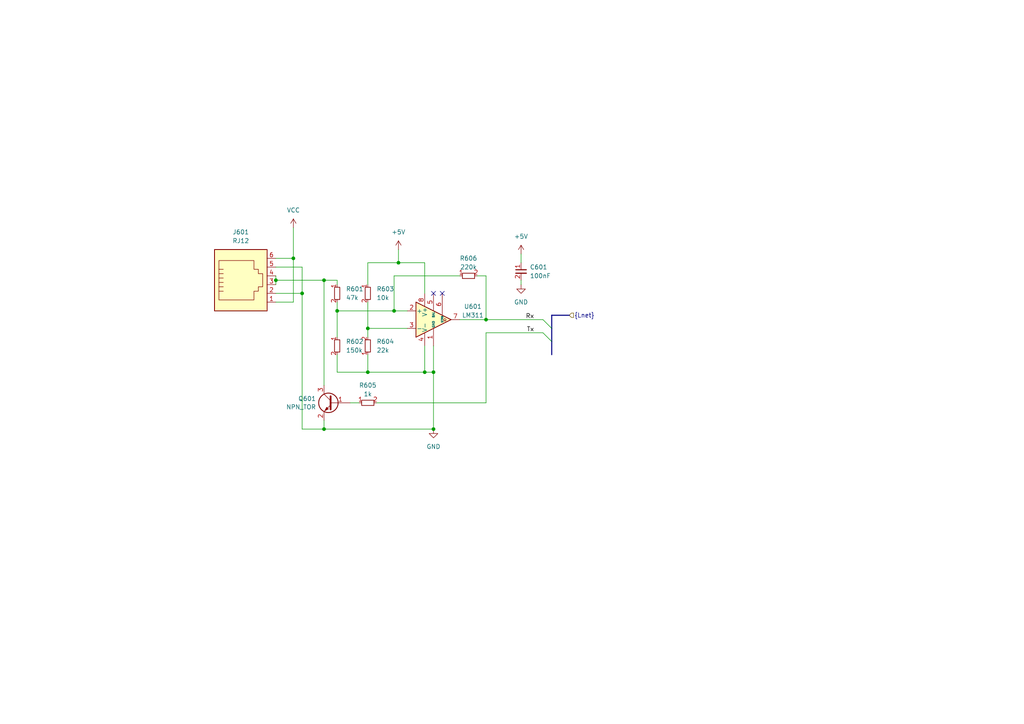
<source format=kicad_sch>
(kicad_sch (version 20230121) (generator eeschema)
  (paper "A4")
  (lib_symbols
    (symbol "Comparator:LM311" (pin_names (offset 0.127))
      (property "Reference" "U" (at 3.81 6.35 0))
      (property "Value" "LM311" (at 3.81 3.81 0))
      (symbol "LM311_0_1"
        (polyline (pts (xy 5.08 0) (xy -5.08 5.08) (xy -5.08 -5.08) (xy 5.08 0)) (stroke (width 0.254)) (fill (type background)))
        (polyline (pts (xy 3.683 -0.381) (xy 3.302 -0.381) (xy 3.683 0) (xy 3.302 0.381) (xy 2.921 0) (xy 3.302 -0.381) (xy 2.921 -0.381)) (stroke (width 0.127)))
      )
      (symbol "LM311_1_1"
        (pin passive line (at 0 -7.62 90) (length 5.08) (name "GND") (number "1"))
        (pin input line (at -7.62 2.54 0) (length 2.54) (name "+") (number "2"))
        (pin input line (at -7.62 -2.54 0) (length 2.54) (name "-") (number "3"))
        (pin power_in line (at -2.54 -7.62 90) (length 3.81) (name "V-") (number "4"))
        (pin input line (at 0 7.62 270) (length 5.08) (name "BAL") (number "5"))
        (pin input line (at 2.54 7.62 270) (length 6.35) (name "STRB") (number "6"))
        (pin open_collector line (at 7.62 0 180) (length 2.54) (name "~") (number "7"))
        (pin power_in line (at -2.54 7.62 270) (length 3.81) (name "V+") (number "8"))
      )
    )
    (symbol "capacitor_miscellaneous:C_0402_100nF"
      (property "Reference" "U" (at 1.27 2.54 0))
      (property "Value" "100nF" (at 3.81 -2.54 0))
      (property "JLCPCB Part#" "C307331" (at 0 0 0))
      (symbol "C_0402_100nF_0_1"
        (polyline (pts (xy -1.524 -0.508) (xy 1.524 -0.508)) (stroke (width 0.3302)))
        (polyline (pts (xy -1.524 0.508) (xy 1.524 0.508)) (stroke (width 0.3048)))
      )
      (symbol "C_0402_100nF_1_1"
        (pin passive line (at 0 2.54 270) (length 2.032) (name "~") (number "1"))
        (pin passive line (at 0 -2.54 90) (length 2.032) (name "~") (number "2"))
      )
    )
    (symbol "custom_kicad_lib_sk:NPN_TOR" (pin_names (offset 0) hide)
      (property "Reference" "Q" (at 5.08 1.905 0))
      (property "Value" "NPN_TOR" (at 5.08 0 0))
      (symbol "NPN_TOR_0_1"
        (polyline (pts (xy 0.635 0.635) (xy 2.54 2.54)))
        (polyline (pts (xy 0.635 -0.635) (xy 2.54 -2.54) (xy 2.54 -2.54)))
        (polyline (pts (xy 0.635 1.905) (xy 0.635 -1.905) (xy 0.635 -1.905)) (stroke (width 0.508)))
        (polyline (pts (xy 1.27 -1.778) (xy 1.778 -1.27) (xy 2.286 -2.286) (xy 1.27 -1.778) (xy 1.27 -1.778)) (fill (type outline)))
        (circle (center 1.27 0) (radius 2.8194) (stroke (width 0.254)))
      )
      (symbol "NPN_TOR_1_1"
        (pin input line (at -5.08 0 0) (length 5.715) (name "B") (number "1"))
        (pin passive line (at 2.54 -5.08 90) (length 2.54) (name "E") (number "2"))
        (pin passive line (at 2.54 5.08 270) (length 2.54) (name "C") (number "3"))
      )
    )
    (symbol "custom_kicad_lib_sk:RJ12" (pin_names (offset 1.016))
      (property "Reference" "J" (at -5.08 11.43 0))
      (property "Value" "RJ12" (at 2.54 11.43 0))
      (symbol "RJ12_0_1"
        (polyline (pts (xy -6.35 -1.905) (xy -5.08 -1.905) (xy -5.08 -1.905)))
        (polyline (pts (xy -6.35 -0.635) (xy -5.08 -0.635) (xy -5.08 -0.635)))
        (polyline (pts (xy -6.35 0.635) (xy -5.08 0.635) (xy -5.08 0.635)))
        (polyline (pts (xy -6.35 1.905) (xy -5.08 1.905) (xy -5.08 1.905)))
        (polyline (pts (xy -6.35 3.175) (xy -5.08 3.175) (xy -5.08 3.175)))
        (polyline (pts (xy -5.08 4.445) (xy -6.35 4.445) (xy -6.35 4.445)))
        (polyline (pts (xy -6.35 -4.445) (xy -6.35 6.985) (xy 3.81 6.985) (xy 3.81 4.445) (xy 5.08 4.445) (xy 5.08 3.175) (xy 6.35 3.175) (xy 6.35 -0.635) (xy 5.08 -0.635) (xy 5.08 -1.905) (xy 3.81 -1.905) (xy 3.81 -4.445) (xy -6.35 -4.445) (xy -6.35 -4.445)))
        (rectangle (start 7.62 10.16) (end -7.62 -7.62) (stroke (width 0.254)) (fill (type background)))
      )
      (symbol "RJ12_1_1"
        (pin passive line (at 10.16 -5.08 180) (length 2.54) (name "~") (number "1"))
        (pin passive line (at 10.16 -2.54 180) (length 2.54) (name "~") (number "2"))
        (pin passive line (at 10.16 0 180) (length 2.54) (name "~") (number "3"))
        (pin passive line (at 10.16 2.54 180) (length 2.54) (name "~") (number "4"))
        (pin passive line (at 10.16 5.08 180) (length 2.54) (name "~") (number "5"))
        (pin passive line (at 10.16 7.62 180) (length 2.54) (name "~") (number "6"))
      )
    )
    (symbol "power:+5V" (power) (pin_names (offset 0))
      (property "Value" "+5V" (at 0 3.556 0))
      (symbol "+5V_0_1"
        (polyline (pts (xy -0.762 1.27) (xy 0 2.54)))
        (polyline (pts (xy 0 0) (xy 0 2.54)))
        (polyline (pts (xy 0 2.54) (xy 0.762 1.27)))
      )
      (symbol "+5V_1_1"
        (pin power_in line (at 0 0 90) (length 0) hide (name "+5V") (number "1"))
      )
    )
    (symbol "power:GND" (power) (pin_names (offset 0))
      (property "Value" "GND" (at 0 -3.81 0))
      (symbol "GND_0_1"
        (polyline (pts (xy 0 0) (xy 0 -1.27) (xy 1.27 -1.27) (xy 0 -2.54) (xy -1.27 -1.27) (xy 0 -1.27)))
      )
      (symbol "GND_1_1"
        (pin power_in line (at 0 0 270) (length 0) hide (name "GND") (number "1"))
      )
    )
    (symbol "power:VCC" (power) (pin_names (offset 0))
      (property "Value" "VCC" (at 0 3.81 0))
      (symbol "VCC_0_1"
        (polyline (pts (xy -0.762 1.27) (xy 0 2.54)))
        (polyline (pts (xy 0 0) (xy 0 2.54)))
        (polyline (pts (xy 0 2.54) (xy 0.762 1.27)))
      )
      (symbol "VCC_1_1"
        (pin power_in line (at 0 0 90) (length 0) hide (name "VCC") (number "1"))
      )
    )
    (symbol "resistors_0603:R_10k_0603"
      (property "Reference" "R" (at 1.27 2.54 0))
      (property "Value" "10k" (at 2.54 -2.54 0))
      (symbol "R_10k_0603_0_1"
        (rectangle (start -0.762 1.778) (end 0.762 -1.778) (stroke (width 0.2032)))
      )
      (symbol "R_10k_0603_1_1"
        (pin passive line (at 0 2.54 270) (length 0.762) (name "~") (number "1"))
        (pin passive line (at 0 -2.54 90) (length 0.762) (name "~") (number "2"))
      )
    )
    (symbol "resistors_0603:R_150k_0603"
      (property "Reference" "R" (at 1.27 2.54 0))
      (property "Value" "150k" (at 2.54 -2.54 0))
      (symbol "R_150k_0603_0_1"
        (rectangle (start -0.762 1.778) (end 0.762 -1.778) (stroke (width 0.2032)))
      )
      (symbol "R_150k_0603_1_1"
        (pin passive line (at 0 2.54 270) (length 0.762) (name "~") (number "1"))
        (pin passive line (at 0 -2.54 90) (length 0.762) (name "~") (number "2"))
      )
    )
    (symbol "resistors_0603:R_1k_0603"
      (property "Reference" "R" (at 1.27 2.54 0))
      (property "Value" "1k" (at 2.54 -2.54 0))
      (symbol "R_1k_0603_0_1"
        (rectangle (start -0.762 1.778) (end 0.762 -1.778) (stroke (width 0.2032)))
      )
      (symbol "R_1k_0603_1_1"
        (pin passive line (at 0 2.54 270) (length 0.762) (name "~") (number "1"))
        (pin passive line (at 0 -2.54 90) (length 0.762) (name "~") (number "2"))
      )
    )
    (symbol "resistors_0603:R_220k_0603"
      (property "Reference" "R" (at 1.27 2.54 0))
      (property "Value" "220k" (at 2.54 -2.54 0))
      (symbol "R_220k_0603_0_1"
        (rectangle (start -0.762 1.778) (end 0.762 -1.778) (stroke (width 0.2032)))
      )
      (symbol "R_220k_0603_1_1"
        (pin passive line (at 0 2.54 270) (length 0.762) (name "~") (number "1"))
        (pin passive line (at 0 -2.54 90) (length 0.762) (name "~") (number "2"))
      )
    )
    (symbol "resistors_0603:R_22k_0603"
      (property "Reference" "R" (at 1.27 2.54 0))
      (property "Value" "22k" (at 2.54 -2.54 0))
      (symbol "R_22k_0603_0_1"
        (rectangle (start -0.762 1.778) (end 0.762 -1.778) (stroke (width 0.2032)))
      )
      (symbol "R_22k_0603_1_1"
        (pin passive line (at 0 2.54 270) (length 0.762) (name "~") (number "1"))
        (pin passive line (at 0 -2.54 90) (length 0.762) (name "~") (number "2"))
      )
    )
    (symbol "resistors_0603:R_47k_0603"
      (property "Reference" "R" (at 1.27 2.54 0))
      (property "Value" "47k" (at 2.54 -2.54 0))
      (symbol "R_47k_0603_0_1"
        (rectangle (start -0.762 1.778) (end 0.762 -1.778) (stroke (width 0.2032)))
      )
      (symbol "R_47k_0603_1_1"
        (pin passive line (at 0 2.54 270) (length 0.762) (name "~") (number "1"))
        (pin passive line (at 0 -2.54 90) (length 0.762) (name "~") (number "2"))
      )
    )
  )
  (junction (at 87.63 85.09))
  (junction (at 123.19 107.95))
  (junction (at 115.57 76.2))
  (junction (at 93.98 81.28))
  (junction (at 114.3 90.17))
  (junction (at 140.97 92.71))
  (junction (at 106.68 107.95))
  (junction (at 125.73 124.46))
  (junction (at 85.09 74.93))
  (junction (at 106.68 95.25))
  (junction (at 125.73 107.95))
  (junction (at 80.01 81.28))
  (junction (at 97.79 90.17))
  (junction (at 93.98 124.46))
  (no_connect (at 128.27 85.09))
  (no_connect (at 125.73 85.09))
  (bus_entry (at 157.48 96.52) (size 2.54 2.54))
  (bus_entry (at 157.48 92.71) (size 2.54 2.54))
  (wire (pts (xy 125.73 107.95) (xy 125.73 124.46)))
  (wire (pts (xy 97.79 107.95) (xy 106.68 107.95)))
  (wire (pts (xy 97.79 90.17) (xy 114.3 90.17)))
  (wire (pts (xy 87.63 85.09) (xy 87.63 77.47)))
  (wire (pts (xy 106.68 95.25) (xy 106.68 97.79)))
  (wire (pts (xy 106.68 107.95) (xy 123.19 107.95)))
  (wire (pts (xy 140.97 80.01) (xy 138.43 80.01)))
  (wire (pts (xy 106.68 76.2) (xy 106.68 82.55)))
  (wire (pts (xy 109.22 116.84) (xy 140.97 116.84)))
  (wire (pts (xy 123.19 85.09) (xy 123.19 76.2)))
  (wire (pts (xy 118.11 90.17) (xy 114.3 90.17)))
  (wire (pts (xy 93.98 81.28) (xy 97.79 81.28)))
  (wire (pts (xy 123.19 107.95) (xy 123.19 100.33)))
  (wire (pts (xy 93.98 124.46) (xy 125.73 124.46)))
  (wire (pts (xy 97.79 87.63) (xy 97.79 90.17)))
  (wire (pts (xy 114.3 90.17) (xy 114.3 80.01)))
  (wire (pts (xy 80.01 81.28) (xy 80.01 82.55)))
  (wire (pts (xy 114.3 80.01) (xy 133.35 80.01)))
  (wire (pts (xy 115.57 72.39) (xy 115.57 76.2)))
  (wire (pts (xy 140.97 96.52) (xy 140.97 116.84)))
  (bus (pts (xy 160.02 91.44) (xy 160.02 95.25)))
  (wire (pts (xy 87.63 85.09) (xy 87.63 124.46)))
  (wire (pts (xy 97.79 81.28) (xy 97.79 82.55)))
  (wire (pts (xy 151.13 73.66) (xy 151.13 76.2)))
  (wire (pts (xy 85.09 66.04) (xy 85.09 74.93)))
  (wire (pts (xy 133.35 92.71) (xy 140.97 92.71)))
  (wire (pts (xy 106.68 76.2) (xy 115.57 76.2)))
  (wire (pts (xy 80.01 85.09) (xy 87.63 85.09)))
  (bus (pts (xy 165.1 91.44) (xy 160.02 91.44)))
  (wire (pts (xy 140.97 92.71) (xy 157.48 92.71)))
  (wire (pts (xy 106.68 87.63) (xy 106.68 95.25)))
  (wire (pts (xy 80.01 87.63) (xy 85.09 87.63)))
  (wire (pts (xy 87.63 124.46) (xy 93.98 124.46)))
  (wire (pts (xy 123.19 107.95) (xy 125.73 107.95)))
  (wire (pts (xy 123.19 76.2) (xy 115.57 76.2)))
  (wire (pts (xy 80.01 80.01) (xy 80.01 81.28)))
  (wire (pts (xy 80.01 74.93) (xy 85.09 74.93)))
  (wire (pts (xy 106.68 107.95) (xy 106.68 102.87)))
  (wire (pts (xy 125.73 107.95) (xy 125.73 100.33)))
  (wire (pts (xy 140.97 80.01) (xy 140.97 92.71)))
  (wire (pts (xy 93.98 81.28) (xy 93.98 111.76)))
  (wire (pts (xy 80.01 81.28) (xy 93.98 81.28)))
  (wire (pts (xy 140.97 96.52) (xy 157.48 96.52)))
  (bus (pts (xy 160.02 95.25) (xy 160.02 99.06)))
  (bus (pts (xy 160.02 99.06) (xy 160.02 102.87)))
  (wire (pts (xy 106.68 95.25) (xy 118.11 95.25)))
  (wire (pts (xy 151.13 81.28) (xy 151.13 82.55)))
  (wire (pts (xy 85.09 74.93) (xy 85.09 87.63)))
  (wire (pts (xy 97.79 90.17) (xy 97.79 97.79)))
  (wire (pts (xy 97.79 102.87) (xy 97.79 107.95)))
  (wire (pts (xy 93.98 121.92) (xy 93.98 124.46)))
  (wire (pts (xy 101.6 116.84) (xy 104.14 116.84)))
  (wire (pts (xy 87.63 77.47) (xy 80.01 77.47)))
  (label "Tx" (at 154.94 96.52 180))
  (label "Rx" (at 154.94 92.71 180))
  (hierarchical_label "{Lnet}" (shape input) (at 165.1 91.44 0))
  (symbol (lib_id "resistors_0603:R_22k_0603") (at 106.68 100.33 180) (unit 1)
    (property "Reference" "R604" (at 109.22 99.06 0) (effects (justify right)))
    (property "Value" "22k" (at 109.22 101.6 0) (effects (justify right)))
    (property "Footprint" "custom_kicad_lib_sk:R_0603_smalltext" (effects hide))
    (property "JLCPCB Part#" "C31850" (effects hide))
  )
  (symbol (lib_id "resistors_0603:R_10k_0603") (at 106.68 85.09 0) (unit 1)
    (property "Reference" "R603" (at 109.22 83.82 0) (effects (justify left)))
    (property "Value" "10k" (at 109.22 86.36 0) (effects (justify left)))
    (property "Footprint" "custom_kicad_lib_sk:R_0603_smalltext" (effects hide))
    (property "JLCPCB Part#" "C25804" (effects hide))
  )
  (symbol (lib_id "power:GND") (at 151.13 82.55 0) (unit 1)
    (property "Reference" "#PWR0803" (effects hide))
    (property "Value" "GND" (at 151.13 87.63 0))
  )
  (symbol (lib_id "custom_kicad_lib_sk:RJ12") (at 69.85 82.55 0) (unit 1)
    (property "Reference" "J601" (at 69.85 67.31 0))
    (property "Value" "RJ12" (at 69.85 69.85 0))
    (property "Footprint" "custom_kicad_lib_sk:RJ12" (effects hide))
  )
  (symbol (lib_id "power:+5V") (at 151.13 73.66 0) (unit 1)
    (property "Reference" "#PWR0805" (effects hide))
    (property "Value" "+5V" (at 151.13 68.58 0))
  )
  (symbol (lib_id "Comparator:LM311") (at 125.73 92.71 0) (unit 1)
    (property "Reference" "U601" (at 137.16 88.9 0))
    (property "Value" "LM311" (at 137.16 91.44 0))
    (property "Footprint" "Package_SO:SOP-8_3.9x4.9mm_P1.27mm" (effects hide))
    (property "Datasheet" "https://www.st.com/resource/en/datasheet/lm311.pdf" (effects hide))
    (property "JLCPCB Part#" "C434495" (effects hide))
  )
  (symbol (lib_id "power:+5V") (at 115.57 72.39 0) (unit 1)
    (property "Reference" "#PWR0804" (effects hide))
    (property "Value" "+5V" (at 115.57 67.31 0))
  )
  (symbol (lib_id "resistors_0603:R_1k_0603") (at 106.68 116.84 90) (unit 1)
    (property "Reference" "R605" (at 106.68 111.76 90))
    (property "Value" "1k" (at 106.68 114.3 90))
    (property "Footprint" "custom_kicad_lib_sk:R_0603_smalltext" (effects hide))
    (property "JLCPCB Part#" "C21190" (effects hide))
  )
  (symbol (lib_id "resistors_0603:R_150k_0603") (at 97.79 100.33 0) (unit 1)
    (property "Reference" "R602" (at 100.33 99.06 0) (effects (justify left)))
    (property "Value" "150k" (at 100.33 101.6 0) (effects (justify left)))
    (property "Footprint" "custom_kicad_lib_sk:R_0603_smalltext" (effects hide))
    (property "JLCPCB Part#" "C22807" (effects hide))
  )
  (symbol (lib_id "resistors_0603:R_220k_0603") (at 135.89 80.01 90) (unit 1)
    (property "Reference" "R606" (at 135.89 74.93 90))
    (property "Value" "220k" (at 135.89 77.47 90))
    (property "Footprint" "custom_kicad_lib_sk:R_0603_smalltext" (effects hide))
    (property "JLCPCB Part#" "C22961" (effects hide))
  )
  (symbol (lib_id "custom_kicad_lib_sk:NPN_TOR") (at 96.52 116.84 0) (mirror y) (unit 1)
    (property "Reference" "Q601" (at 91.6687 115.6279 0) (effects (justify left)))
    (property "Value" "NPN_TOR" (at 91.6687 118.0521 0) (effects (justify left)))
    (property "Footprint" "Package_TO_SOT_SMD:SOT-23" (effects hide))
    (property "JLCPCB Part#" "C2145" (effects hide))
  )
  (symbol (lib_id "power:GND") (at 125.73 124.46 0) (unit 1)
    (property "Reference" "#PWR0802" (effects hide))
    (property "Value" "GND" (at 125.73 129.54 0))
  )
  (symbol (lib_id "resistors_0603:R_47k_0603") (at 97.79 85.09 0) (unit 1)
    (property "Reference" "R601" (at 100.33 83.82 0) (effects (justify left)))
    (property "Value" "47k" (at 100.33 86.36 0) (effects (justify left)))
    (property "Footprint" "custom_kicad_lib_sk:R_0603_smalltext" (effects hide))
    (property "JLCPCB Part#" "C25819" (effects hide))
  )
  (symbol (lib_id "power:VCC") (at 85.09 66.04 0) (unit 1)
    (property "Reference" "#PWR0601" (effects hide))
    (property "Value" "VCC" (at 85.09 60.96 0))
  )
  (symbol (lib_id "capacitor_miscellaneous:C_0402_100nF") (at 151.13 78.74 0) (unit 1)
    (property "Reference" "C601" (at 153.67 77.4763 0) (effects (justify left)))
    (property "Value" "100nF" (at 153.67 80.0163 0) (effects (justify left)))
    (property "Footprint" "Capacitor_SMD:C_0402_1005Metric" (effects hide))
    (property "JLCPCB Part#" "C307331" (effects hide))
  )
)
</source>
